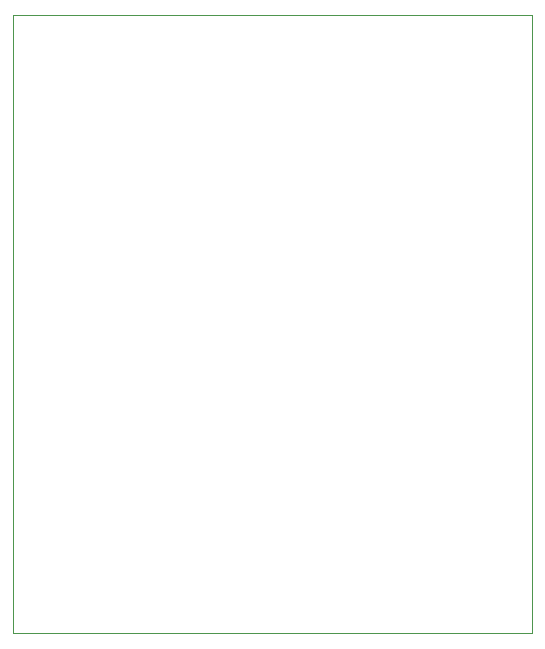
<source format=gm1>
%TF.GenerationSoftware,KiCad,Pcbnew,(6.0.9)*%
%TF.CreationDate,2022-12-10T14:47:00+01:00*%
%TF.ProjectId,Hygrometer_SMD_doubleSided,48796772-6f6d-4657-9465-725f534d445f,rev?*%
%TF.SameCoordinates,Original*%
%TF.FileFunction,Profile,NP*%
%FSLAX46Y46*%
G04 Gerber Fmt 4.6, Leading zero omitted, Abs format (unit mm)*
G04 Created by KiCad (PCBNEW (6.0.9)) date 2022-12-10 14:47:00*
%MOMM*%
%LPD*%
G01*
G04 APERTURE LIST*
%TA.AperFunction,Profile*%
%ADD10C,0.038100*%
%TD*%
G04 APERTURE END LIST*
D10*
X44558000Y-79960000D02*
X44558000Y-27636000D01*
X88508000Y-79960000D02*
X44558000Y-79960000D01*
X88492000Y-27636000D02*
X88508000Y-79960000D01*
X44558000Y-27636000D02*
X88492000Y-27636000D01*
M02*

</source>
